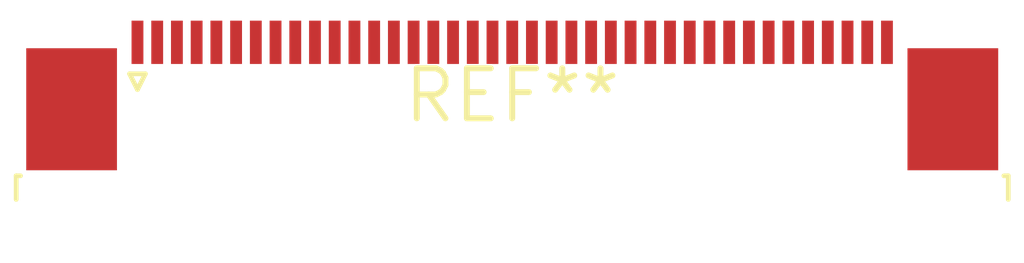
<source format=kicad_pcb>
(kicad_pcb (version 20240108) (generator pcbnew)
  (layers (0 "F.Cu" signal) (31 "B.Cu" signal) (34 "B.Paste" user) (35 "F.Paste" user) (36 "B.SilkS" user "B.Silkscreen") (37 "F.SilkS" user "F.Silkscreen") (38 "B.Mask" user) (39 "F.Mask" user) (44 "Edge.Cuts" user))
  (net 0 "")
  (footprint "TE_3-1734839-9_1x39-1MP_P0.5mm_Horizontal" (layer "F.Cu") (at 0 0)
    (property "Reference" "REF**")
    (property "Value" "PCB Edge")
    (fp_line (start -12.575 2.04) (end -12.575 2.64) (layer "F.SilkS") (stroke (width 0.12)))
    (fp_line (start -12.465 2.04) (end -12.575 2.04) (layer "F.SilkS") (stroke (width 0.12)))
    (fp_line (start -9.7 -0.55) (end -9.5 -0.15) (layer "F.SilkS") (stroke (width 0.12)))
    (fp_line (start -9.5 -0.15) (end -9.3 -0.55) (layer "F.SilkS") (stroke (width 0.12)))
    (fp_line (start -9.3 -0.55) (end -9.7 -0.55) (layer "F.SilkS") (stroke (width 0.12)))
    (fp_line (start 12.465 2.04) (end 12.575 2.04) (layer "F.SilkS") (stroke (width 0.12)))
    (fp_line (start 12.575 2.04) (end 12.575 2.64) (layer "F.SilkS") (stroke (width 0.12)))
    (pad "1" smd rect (at -9.5 -1.35) (size 0.3 1.1) (layers "F.Cu" "F.Paste" "F.Mask"))
    (pad "2" smd rect (at -9 -1.35) (size 0.3 1.1) (layers "F.Cu" "F.Paste" "F.Mask"))
    (pad "3" smd rect (at -8.5 -1.35) (size 0.3 1.1) (layers "F.Cu" "F.Paste" "F.Mask"))
    (pad "4" smd rect (at -8 -1.35) (size 0.3 1.1) (layers "F.Cu" "F.Paste" "F.Mask"))
    (pad "5" smd rect (at -7.5 -1.35) (size 0.3 1.1) (layers "F.Cu" "F.Paste" "F.Mask"))
    (pad "6" smd rect (at -7 -1.35) (size 0.3 1.1) (layers "F.Cu" "F.Paste" "F.Mask"))
    (pad "7" smd rect (at -6.5 -1.35) (size 0.3 1.1) (layers "F.Cu" "F.Paste" "F.Mask"))
    (pad "8" smd rect (at -6 -1.35) (size 0.3 1.1) (layers "F.Cu" "F.Paste" "F.Mask"))
    (pad "9" smd rect (at -5.5 -1.35) (size 0.3 1.1) (layers "F.Cu" "F.Paste" "F.Mask"))
    (pad "10" smd rect (at -5 -1.35) (size 0.3 1.1) (layers "F.Cu" "F.Paste" "F.Mask"))
    (pad "11" smd rect (at -4.5 -1.35) (size 0.3 1.1) (layers "F.Cu" "F.Paste" "F.Mask"))
    (pad "12" smd rect (at -4 -1.35) (size 0.3 1.1) (layers "F.Cu" "F.Paste" "F.Mask"))
    (pad "13" smd rect (at -3.5 -1.35) (size 0.3 1.1) (layers "F.Cu" "F.Paste" "F.Mask"))
    (pad "14" smd rect (at -3 -1.35) (size 0.3 1.1) (layers "F.Cu" "F.Paste" "F.Mask"))
    (pad "15" smd rect (at -2.5 -1.35) (size 0.3 1.1) (layers "F.Cu" "F.Paste" "F.Mask"))
    (pad "16" smd rect (at -2 -1.35) (size 0.3 1.1) (layers "F.Cu" "F.Paste" "F.Mask"))
    (pad "17" smd rect (at -1.5 -1.35) (size 0.3 1.1) (layers "F.Cu" "F.Paste" "F.Mask"))
    (pad "18" smd rect (at -1 -1.35) (size 0.3 1.1) (layers "F.Cu" "F.Paste" "F.Mask"))
    (pad "19" smd rect (at -0.5 -1.35) (size 0.3 1.1) (layers "F.Cu" "F.Paste" "F.Mask"))
    (pad "20" smd rect (at 0 -1.35) (size 0.3 1.1) (layers "F.Cu" "F.Paste" "F.Mask"))
    (pad "21" smd rect (at 0.5 -1.35) (size 0.3 1.1) (layers "F.Cu" "F.Paste" "F.Mask"))
    (pad "22" smd rect (at 1 -1.35) (size 0.3 1.1) (layers "F.Cu" "F.Paste" "F.Mask"))
    (pad "23" smd rect (at 1.5 -1.35) (size 0.3 1.1) (layers "F.Cu" "F.Paste" "F.Mask"))
    (pad "24" smd rect (at 2 -1.35) (size 0.3 1.1) (layers "F.Cu" "F.Paste" "F.Mask"))
    (pad "25" smd rect (at 2.5 -1.35) (size 0.3 1.1) (layers "F.Cu" "F.Paste" "F.Mask"))
    (pad "26" smd rect (at 3 -1.35) (size 0.3 1.1) (layers "F.Cu" "F.Paste" "F.Mask"))
    (pad "27" smd rect (at 3.5 -1.35) (size 0.3 1.1) (layers "F.Cu" "F.Paste" "F.Mask"))
    (pad "28" smd rect (at 4 -1.35) (size 0.3 1.1) (layers "F.Cu" "F.Paste" "F.Mask"))
    (pad "29" smd rect (at 4.5 -1.35) (size 0.3 1.1) (layers "F.Cu" "F.Paste" "F.Mask"))
    (pad "30" smd rect (at 5 -1.35) (size 0.3 1.1) (layers "F.Cu" "F.Paste" "F.Mask"))
    (pad "31" smd rect (at 5.5 -1.35) (size 0.3 1.1) (layers "F.Cu" "F.Paste" "F.Mask"))
    (pad "32" smd rect (at 6 -1.35) (size 0.3 1.1) (layers "F.Cu" "F.Paste" "F.Mask"))
    (pad "33" smd rect (at 6.5 -1.35) (size 0.3 1.1) (layers "F.Cu" "F.Paste" "F.Mask"))
    (pad "34" smd rect (at 7 -1.35) (size 0.3 1.1) (layers "F.Cu" "F.Paste" "F.Mask"))
    (pad "35" smd rect (at 7.5 -1.35) (size 0.3 1.1) (layers "F.Cu" "F.Paste" "F.Mask"))
    (pad "36" smd rect (at 8 -1.35) (size 0.3 1.1) (layers "F.Cu" "F.Paste" "F.Mask"))
    (pad "37" smd rect (at 8.5 -1.35) (size 0.3 1.1) (layers "F.Cu" "F.Paste" "F.Mask"))
    (pad "38" smd rect (at 9 -1.35) (size 0.3 1.1) (layers "F.Cu" "F.Paste" "F.Mask"))
    (pad "39" smd rect (at 9.5 -1.35) (size 0.3 1.1) (layers "F.Cu" "F.Paste" "F.Mask"))
    (pad "MP" smd rect (at -11.17 0.35) (size 2.3 3.1) (layers "F.Cu" "F.Paste" "F.Mask"))
    (pad "MP" smd rect (at 11.17 0.35) (size 2.3 3.1) (layers "F.Cu" "F.Paste" "F.Mask"))
  )
)
</source>
